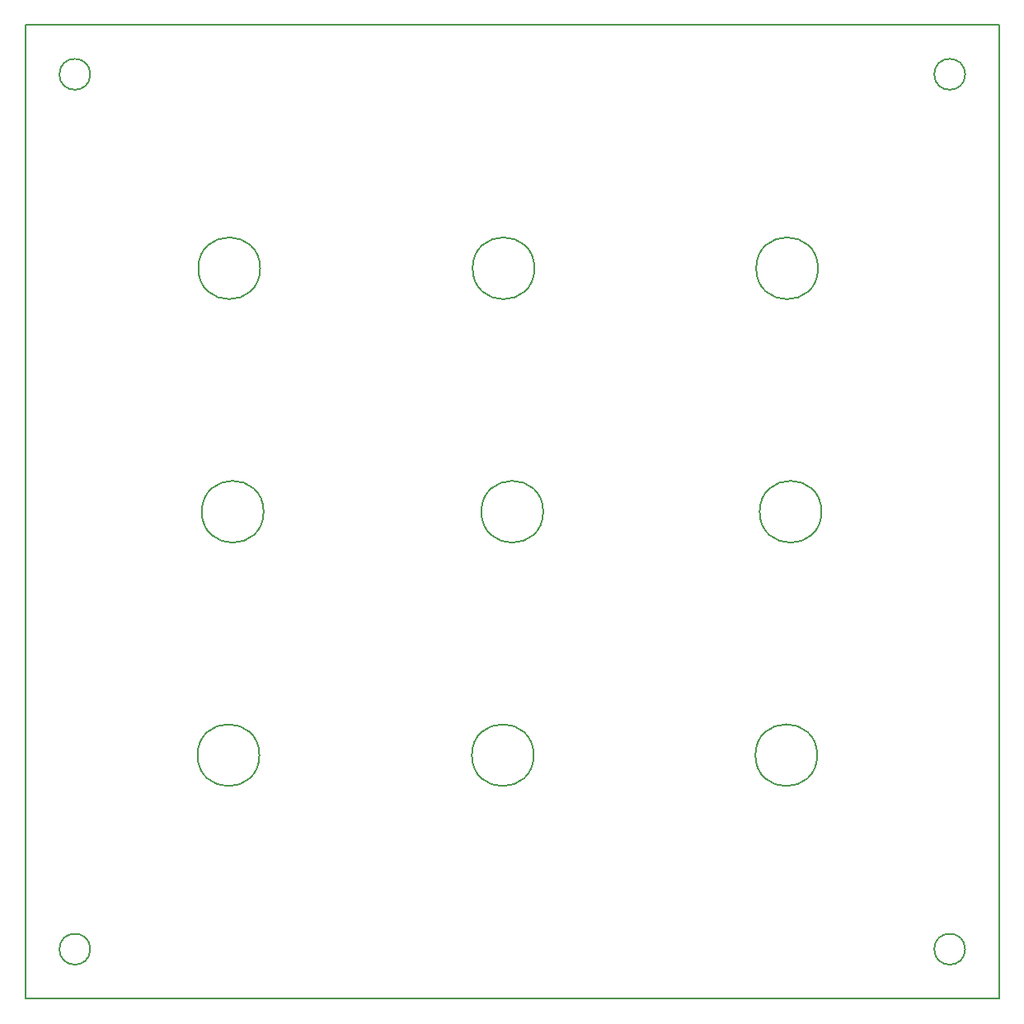
<source format=gm1>
G04 #@! TF.GenerationSoftware,KiCad,Pcbnew,5.0.0-fee4fd1~66~ubuntu18.04.1*
G04 #@! TF.CreationDate,2018-11-16T02:20:25-05:00*
G04 #@! TF.ProjectId,plugboard,706C7567626F6172642E6B696361645F,rev?*
G04 #@! TF.SameCoordinates,Original*
G04 #@! TF.FileFunction,Profile,NP*
%FSLAX46Y46*%
G04 Gerber Fmt 4.6, Leading zero omitted, Abs format (unit mm)*
G04 Created by KiCad (PCBNEW 5.0.0-fee4fd1~66~ubuntu18.04.1) date Fri Nov 16 02:20:25 2018*
%MOMM*%
%LPD*%
G01*
G04 APERTURE LIST*
%ADD10C,0.200000*%
G04 APERTURE END LIST*
D10*
X171512469Y-131210000D02*
G75*
G03X171512469Y-131210000I-3175000J0D01*
G01*
X171156684Y-106210000D02*
G75*
G03X171156684Y-106210000I-3175000J0D01*
G01*
X142935889Y-131210000D02*
G75*
G03X142935889Y-131210000I-3175000J0D01*
G01*
X142038148Y-106210000D02*
G75*
G03X142038148Y-106210000I-3175000J0D01*
G01*
X186268389Y-176130000D02*
G75*
G03X186268389Y-176130000I-1587500J0D01*
G01*
X96428389Y-176130000D02*
G75*
G03X96428389Y-176130000I-1587500J0D01*
G01*
X189760889Y-181210000D02*
X189760889Y-81210000D01*
X96428389Y-86290000D02*
G75*
G03X96428389Y-86290000I-1587500J0D01*
G01*
X186268389Y-86290000D02*
G75*
G03X186268389Y-86290000I-1587500J0D01*
G01*
X186268389Y-176130000D02*
G75*
G03X186268389Y-176130000I-1587500J0D01*
G01*
X113871199Y-106210000D02*
G75*
G03X113871199Y-106210000I-3175000J0D01*
G01*
X89760889Y-181210000D02*
X189760889Y-181210000D01*
X171077486Y-156210000D02*
G75*
G03X171077486Y-156210000I-3175000J0D01*
G01*
X189760889Y-81210000D02*
X89760889Y-81210000D01*
X141958950Y-156210000D02*
G75*
G03X141958950Y-156210000I-3175000J0D01*
G01*
X142935889Y-131210000D02*
G75*
G03X142935889Y-131210000I-3175000J0D01*
G01*
X186268389Y-86290000D02*
G75*
G03X186268389Y-86290000I-1587500J0D01*
G01*
X89760889Y-81210000D02*
X89760889Y-181210000D01*
X114226983Y-131210000D02*
G75*
G03X114226983Y-131210000I-3175000J0D01*
G01*
X171156684Y-106210000D02*
G75*
G03X171156684Y-106210000I-3175000J0D01*
G01*
X113871199Y-106210000D02*
G75*
G03X113871199Y-106210000I-3175000J0D01*
G01*
X96428389Y-86290000D02*
G75*
G03X96428389Y-86290000I-1587500J0D01*
G01*
X113792000Y-156210000D02*
G75*
G03X113792000Y-156210000I-3175000J0D01*
G01*
X96428389Y-176130000D02*
G75*
G03X96428389Y-176130000I-1587500J0D01*
G01*
X142038148Y-106210000D02*
G75*
G03X142038148Y-106210000I-3175000J0D01*
G01*
X141958950Y-156210000D02*
G75*
G03X141958950Y-156210000I-3175000J0D01*
G01*
X114226983Y-131210000D02*
G75*
G03X114226983Y-131210000I-3175000J0D01*
G01*
X171512469Y-131210000D02*
G75*
G03X171512469Y-131210000I-3175000J0D01*
G01*
X171077486Y-156210000D02*
G75*
G03X171077486Y-156210000I-3175000J0D01*
G01*
X113792000Y-156210000D02*
G75*
G03X113792000Y-156210000I-3175000J0D01*
G01*
M02*

</source>
